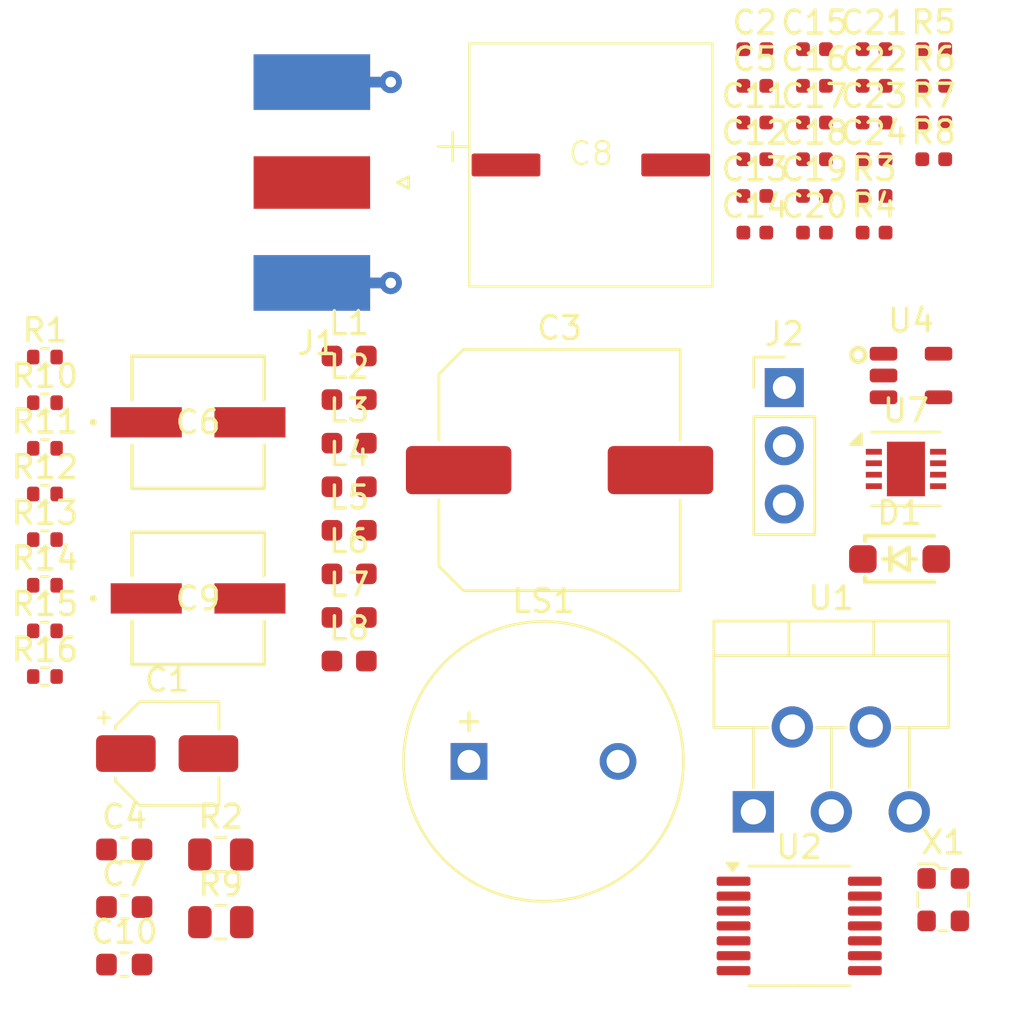
<source format=kicad_pcb>
(kicad_pcb (version 20240108) (generator "pcbnew") (generator_version "8.0")
  (layers (0 "F.Cu" signal) (31 "B.Cu" signal) (34 "B.Paste" user) (35 "F.Paste" user) (36 "B.SilkS" user "B.Silkscreen") (37 "F.SilkS" user "F.Silkscreen") (38 "B.Mask" user) (39 "F.Mask" user) (44 "Edge.Cuts" user))
  (net 0 "")
  (net 1 "Net-(J1-Ext)")
  (net 2 "GND")
  (net 3 "/VSS")
  (net 4 "Net-(U1-+)")
  (net 5 "/V_FILT")
  (net 6 "Net-(C6-Pad1)")
  (net 7 "Net-(C7-Pad1)")
  (net 8 "/V_F")
  (net 9 "Net-(LS1--)")
  (net 10 "Net-(C9-Pad1)")
  (net 11 "Net-(U2C-+)")
  (net 12 "Net-(C11-Pad1)")
  (net 13 "Net-(U2D-+)")
  (net 14 "Net-(U2B-+)")
  (net 15 "/IF_SIG")
  (net 16 "Net-(U7-IN+)")
  (net 17 "Net-(C16-Pad1)")
  (net 18 "Net-(U7-IN-)")
  (net 19 "Net-(C17-Pad1)")
  (net 20 "Net-(U7-LO-)")
  (net 21 "Net-(C19-Pad1)")
  (net 22 "/LO")
  (net 23 "Net-(U7-OUT+)")
  (net 24 "Net-(C22-Pad2)")
  (net 25 "Net-(U7-OUT-)")
  (net 26 "/XTALMODE")
  (net 27 "Net-(U7-LO+)")
  (net 28 "Net-(U1--)")
  (net 29 "Net-(U4-+)")
  (net 30 "/4.5V")
  (footprint "Connector_Coaxial:SMA_Molex_73251-1153_EdgeMount_Horizontal" (layer "F.Cu") (at 26.645 19.995)
    (property "Reference" "J1" (at -1.5 7 0) (layer "F.SilkS"))
    (property "Value" "Conn_Coaxial")
    (fp_line (start 2 0) (end 2.5 -0.25) (stroke (width 0.12)) (layer "F.SilkS"))
    (fp_line (start 2.5 -0.25) (end 2.5 0.25) (stroke (width 0.12)) (layer "F.SilkS"))
    (fp_line (start 2.5 0.25) (end 2 0) (stroke (width 0.12)) (layer "F.SilkS"))
    (pad "1" smd rect (at -1.72 0) (size 5.08 2.29) (layers "F.Cu" "F.Paste" "F.Mask") (net 2 "GND"))
    (pad "2" smd rect (at -1.72 -4.38) (size 5.08 2.42) (layers "F.Cu" "F.Paste" "F.Mask") (net 1 "Net-(J1-Ext)"))
    (pad "2" smd rect (at -1.72 -4.38) (size 5.08 2.42) (layers "B.Cu" "B.Paste" "B.Mask") (net 1 "Net-(J1-Ext)"))
    (pad "2" smd rect (at -1.72 4.38) (size 5.08 2.42) (layers "F.Cu" "F.Paste" "F.Mask") (net 1 "Net-(J1-Ext)"))
    (pad "2" smd rect (at -1.72 4.38) (size 5.08 2.42) (layers "B.Cu" "B.Paste" "B.Mask") (net 1 "Net-(J1-Ext)"))
    (pad "2" smd rect (at 1.27 -4.38) (size 0.95 0.46) (layers "F.Cu") (net 1 "Net-(J1-Ext)"))
    (pad "2" smd rect (at 1.27 -4.38) (size 0.95 0.46) (layers "B.Cu") (net 1 "Net-(J1-Ext)"))
    (pad "2" smd rect (at 1.27 4.38) (size 0.95 0.46) (layers "F.Cu") (net 1 "Net-(J1-Ext)"))
    (pad "2" smd rect (at 1.27 4.38) (size 0.95 0.46) (layers "B.Cu") (net 1 "Net-(J1-Ext)"))
    (pad "2" thru_hole circle (at 1.72 -4.38) (size 0.97 0.97) (drill 0.46) (layers "*.Cu") (net 1 "Net-(J1-Ext)"))
    (pad "2" thru_hole circle (at 1.72 4.38) (size 0.97 0.97) (drill 0.46) (layers "*.Cu") (net 1 "Net-(J1-Ext)"))
  )
  (footprint "Resistor_SMD:R_0402_1005Metric" (layer "F.Cu") (at 13.285 31.585)
    (property "Reference" "R11" (at 0 -1.17 0) (layer "F.SilkS"))
    (property "Value" "100k")
    (fp_line (start -0.153641 -0.38) (end 0.153641 -0.38) (stroke (width 0.12)) (layer "F.SilkS"))
    (fp_line (start -0.153641 0.38) (end 0.153641 0.38) (stroke (width 0.12)) (layer "F.SilkS"))
    (pad "1" smd roundrect (at -0.51 0) (size 0.54 0.64) (layers "F.Cu" "F.Paste" "F.Mask") (net 12 "Net-(C11-Pad1)"))
    (pad "2" smd roundrect (at 0.51 0) (size 0.54 0.64) (layers "F.Cu" "F.Paste" "F.Mask") (net 2 "GND"))
  )
  (footprint "yume:Yu-C_0402_mil" (layer "F.Cu") (at 44.24 15.78)
    (property "Reference" "C5" (at 0 -1.16 0) (layer "F.SilkS"))
    (property "Value" "1uF")
    (pad "1" smd roundrect (at -0.5 0) (size 0.6 0.6) (layers "F.Cu" "F.Paste" "F.Mask") (net 5 "/V_FILT"))
    (pad "2" smd roundrect (at 0.5 0) (size 0.6 0.6) (layers "F.Cu" "F.Paste" "F.Mask") (net 4 "Net-(U1-+)"))
  )
  (footprint "Capacitor_SMD:C_0603_1608Metric" (layer "F.Cu") (at 16.745 54.095)
    (property "Reference" "C10" (at 0 -1.43 0) (layer "F.SilkS"))
    (property "Value" "0.22uF")
    (fp_line (start -0.14058 -0.51) (end 0.14058 -0.51) (stroke (width 0.12)) (layer "F.SilkS"))
    (fp_line (start -0.14058 0.51) (end 0.14058 0.51) (stroke (width 0.12)) (layer "F.SilkS"))
    (pad "1" smd roundrect (at -0.775 0) (size 0.9 0.95) (layers "F.Cu" "F.Paste" "F.Mask") (net 5 "/V_FILT"))
    (pad "2" smd roundrect (at 0.775 0) (size 0.9 0.95) (layers "F.Cu" "F.Paste" "F.Mask") (net 2 "GND"))
  )
  (footprint "Buzzer_Beeper:MagneticBuzzer_ProSignal_ABT-410-RC" (layer "F.Cu") (at 31.775 45.235)
    (property "Reference" "LS1" (at 3.25 -7 0) (layer "F.SilkS"))
    (property "Value" "Earphone")
    (fp_circle (center 3.25 0) (end 9.35 0) (stroke (width 0.12)) (fill none) (layer "F.SilkS"))
    (fp_text user "+" (at 0 -1.8 0) (layer "F.SilkS"))
    (pad "1" thru_hole rect (at 0 0) (size 1.6 1.6) (drill 1) (layers "*.Cu" "*.Mask") (net 9 "Net-(LS1--)"))
    (pad "2" thru_hole circle (at 6.5 0) (size 1.6 1.6) (drill 1) (layers "*.Cu" "*.Mask") (net 2 "GND"))
  )
  (footprint "Package_TO_SOT_THT:TO-220-5_P3.4x3.7mm_StaggerOdd_Lead3.8mm_Vertical" (layer "F.Cu") (at 44.175 47.435)
    (property "Reference" "U1" (at 3.4 -9.32 0) (layer "F.SilkS"))
    (property "Value" "LM1875")
    (fp_line (start -1.721 -8.32) (end -1.721 -3.679) (stroke (width 0.12)) (layer "F.SilkS"))
    (fp_line (start -1.721 -8.32) (end 8.52 -8.32) (stroke (width 0.12)) (layer "F.SilkS"))
    (fp_line (start -1.721 -6.811) (end 8.52 -6.811) (stroke (width 0.12)) (layer "F.SilkS"))
    (fp_line (start -1.721 -3.679) (end 0.635 -3.679) (stroke (width 0.12)) (layer "F.SilkS"))
    (fp_line (start 0 -3.679) (end 0 -1.049) (stroke (width 0.12)) (layer "F.SilkS"))
    (fp_line (start 1.55 -8.32) (end 1.55 -6.811) (stroke (width 0.12)) (layer "F.SilkS"))
    (fp_line (start 2.765 -3.679) (end 4.035 -3.679) (stroke (width 0.12)) (layer "F.SilkS"))
    (fp_line (start 3.4 -3.679) (end 3.4 -1.065) (stroke (width 0.12)) (layer "F.SilkS"))
    (fp_line (start 5.25 -8.32) (end 5.25 -6.811) (stroke (width 0.12)) (layer "F.SilkS"))
    (fp_line (start 6.165 -3.679) (end 8.52 -3.679) (stroke (width 0.12)) (layer "F.SilkS"))
    (fp_line (start 6.8 -3.679) (end 6.8 -1.065) (stroke (width 0.12)) (layer "F.SilkS"))
    (fp_line (start 8.52 -8.32) (end 8.52 -3.679) (stroke (width 0.12)) (layer "F.SilkS"))
    (pad "1" thru_hole rect (at 0 0) (size 1.8 1.8) (drill 1.1) (layers "*.Cu" "*.Mask") (net 4 "Net-(U1-+)"))
    (pad "2" thru_hole oval (at 1.7 -3.7) (size 1.8 1.8) (drill 1.1) (layers "*.Cu" "*.Mask") (net 28 "Net-(U1--)"))
    (pad "3" thru_hole oval (at 3.4 0) (size 1.8 1.8) (drill 1.1) (layers "*.Cu" "*.Mask") (net 2 "GND"))
    (pad "4" thru_hole oval (at 5.1 -3.7) (size 1.8 1.8) (drill 1.1) (layers "*.Cu" "*.Mask") (net 8 "/V_F"))
    (pad "5" thru_hole oval (at 6.8 0) (size 1.8 1.8) (drill 1.1) (layers "*.Cu" "*.Mask") (net 3 "/VSS"))
  )
  (footprint "yume:Yu-L_0603_mil" (layer "F.Cu") (at 26.55 29.46)
    (property "Reference" "L2" (at 0 -1.43 0) (layer "F.SilkS"))
    (property "Value" "6.8nH")
    (pad "1" smd roundrect (at -0.75 0) (size 0.9 0.9) (layers "F.Cu" "F.Paste" "F.Mask") (net 16 "Net-(U7-IN+)"))
    (pad "2" smd roundrect (at 0.75 0) (size 0.9 0.9) (layers "F.Cu" "F.Paste" "F.Mask") (net 17 "Net-(C16-Pad1)"))
  )
  (footprint "Capacitor_SMD:C_0603_1608Metric" (layer "F.Cu") (at 16.745 49.075)
    (property "Reference" "C4" (at 0 -1.43 0) (layer "F.SilkS"))
    (property "Value" "0.2nF")
    (fp_line (start -0.14058 -0.51) (end 0.14058 -0.51) (stroke (width 0.12)) (layer "F.SilkS"))
    (fp_line (start -0.14058 0.51) (end 0.14058 0.51) (stroke (width 0.12)) (layer "F.SilkS"))
    (pad "1" smd roundrect (at -0.775 0) (size 0.9 0.95) (layers "F.Cu" "F.Paste" "F.Mask") (net 3 "/VSS"))
    (pad "2" smd roundrect (at 0.775 0) (size 0.9 0.95) (layers "F.Cu" "F.Paste" "F.Mask") (net 2 "GND"))
  )
  (footprint "Package_SO:TSSOP-14_4.4x5mm_P0.65mm" (layer "F.Cu") (at 46.175 52.41)
    (property "Reference" "U2" (at 0 -3.45 0) (layer "F.SilkS"))
    (property "Value" "OPA4197xPW")
    (fp_line (start 0 -2.61) (end -2.2 -2.61) (stroke (width 0.12)) (layer "F.SilkS"))
    (fp_line (start 0 -2.61) (end 2.2 -2.61) (stroke (width 0.12)) (layer "F.SilkS"))
    (fp_line (start 0 2.61) (end -2.2 2.61) (stroke (width 0.12)) (layer "F.SilkS"))
    (fp_line (start 0 2.61) (end 2.2 2.61) (stroke (width 0.12)) (layer "F.SilkS"))
    (fp_poly (pts (xy -2.9 -2.41) (xy -3.14 -2.74) (xy -2.66 -2.74) (xy -2.9 -2.41)) (stroke (width 0.12)) (fill solid) (layer "F.SilkS"))
    (pad "1" smd roundrect (at -2.8625 -1.95) (size 1.475 0.4) (layers "F.Cu" "F.Paste" "F.Mask") (net 19 "Net-(C17-Pad1)"))
    (pad "2" smd roundrect (at -2.8625 -1.3) (size 1.475 0.4) (layers "F.Cu" "F.Paste" "F.Mask") (net 2 "GND"))
    (pad "3" smd roundrect (at -2.8625 -0.65) (size 1.475 0.4) (layers "F.Cu" "F.Paste" "F.Mask") (net 1 "Net-(J1-Ext)"))
    (pad "4" smd roundrect (at -2.8625 0) (size 1.475 0.4) (layers "F.Cu" "F.Paste" "F.Mask") (net 30 "/4.5V"))
    (pad "5" smd roundrect (at -2.8625 0.65) (size 1.475 0.4) (layers "F.Cu" "F.Paste" "F.Mask") (net 14 "Net-(U2B-+)"))
    (pad "6" smd roundrect (at -2.8625 1.3) (size 1.475 0.4) (layers "F.Cu" "F.Paste" "F.Mask") (net 2 "GND"))
    (pad "7" smd roundrect (at -2.8625 1.95) (size 1.475 0.4) (layers "F.Cu" "F.Paste" "F.Mask") (net 12 "Net-(C11-Pad1)"))
    (pad "8" smd roundrect (at 2.8625 1.95) (size 1.475 0.4) (layers "F.Cu" "F.Paste" "F.Mask") (net 13 "Net-(U2D-+)"))
    (pad "9" smd roundrect (at 2.8625 1.3) (size 1.475 0.4) (layers "F.Cu" "F.Paste" "F.Mask") (net 2 "GND"))
    (pad "10" smd roundrect (at 2.8625 0.65) (size 1.475 0.4) (layers "F.Cu" "F.Paste" "F.Mask") (net 11 "Net-(U2C-+)"))
    (pad "11" smd roundrect (at 2.8625 0) (size 1.475 0.4) (layers "F.Cu" "F.Paste" "F.Mask") (net 2 "GND"))
    (pad "12" smd roundrect (at 2.8625 -0.65) (size 1.475 0.4) (layers "F.Cu" "F.Paste" "F.Mask") (net 13 "Net-(U2D-+)"))
    (pad "13" smd roundrect (at 2.8625 -1.3) (size 1.475 0.4) (layers "F.Cu" "F.Paste" "F.Mask") (net 2 "GND"))
    (pad "14" smd roundrect (at 2.8625 -1.95) (size 1.475 0.4) (layers "F.Cu" "F.Paste" "F.Mask") (net 15 "/IF_SIG"))
  )
  (footprint "yume:Yu-L_0603_mil" (layer "F.Cu") (at 26.55 33.26)
    (property "Reference" "L4" (at 0 -1.43 0) (layer "F.SilkS"))
    (property "Value" "15nH")
    (pad "1" smd roundrect (at -0.75 0) (size 0.9 0.9) (layers "F.Cu" "F.Paste" "F.Mask") (net 17 "Net-(C16-Pad1)"))
    (pad "2" smd roundrect (at 0.75 0) (size 0.9 0.9) (layers "F.Cu" "F.Paste" "F.Mask") (net 2 "GND"))
  )
  (footprint "yume:Yu-C_0402_mil" (layer "F.Cu") (at 44.24 20.58)
    (property "Reference" "C13" (at 0 -1.16 0) (layer "F.SilkS"))
    (property "Value" "22uF")
    (pad "1" smd roundrect (at -0.5 0) (size 0.6 0.6) (layers "F.Cu" "F.Paste" "F.Mask") (net 14 "Net-(U2B-+)"))
    (pad "2" smd roundrect (at 0.5 0) (size 0.6 0.6) (layers "F.Cu" "F.Paste" "F.Mask") (net 2 "GND"))
  )
  (footprint "yume:Yu-C_0402_mil" (layer "F.Cu") (at 46.84 18.98)
    (property "Reference" "C18" (at 0 -1.16 0) (layer "F.SilkS"))
    (property "Value" "100pF")
    (pad "1" smd roundrect (at -0.5 0) (size 0.6 0.6) (layers "F.Cu" "F.Paste" "F.Mask") (net 2 "GND"))
    (pad "2" smd roundrect (at 0.5 0) (size 0.6 0.6) (layers "F.Cu" "F.Paste" "F.Mask") (net 20 "Net-(U7-LO-)"))
  )
  (footprint "yume:Yu-R_0402_mil" (layer "F.Cu") (at 52.04 18.98)
    (property "Reference" "R8" (at 0 -1.17 0) (layer "F.SilkS"))
    (property "Value" "200k")
    (pad "1" smd roundrect (at -0.5 0) (size 0.6 0.6) (layers "F.Cu" "F.Paste" "F.Mask") (net 8 "/V_F"))
    (pad "2" smd roundrect (at 0.5 0) (size 0.6 0.6) (layers "F.Cu" "F.Paste" "F.Mask") (net 28 "Net-(U1--)"))
  )
  (footprint "yume:Yu-C_0402_mil" (layer "F.Cu") (at 44.24 14.18)
    (property "Reference" "C2" (at 0 -1.16 0) (layer "F.SilkS"))
    (property "Value" "22uF")
    (pad "1" smd roundrect (at -0.5 0) (size 0.6 0.6) (layers "F.Cu" "F.Paste" "F.Mask") (net 1 "Net-(J1-Ext)"))
    (pad "2" smd roundrect (at 0.5 0) (size 0.6 0.6) (layers "F.Cu" "F.Paste" "F.Mask") (net 2 "GND"))
  )
  (footprint "Package_DFN_QFN:DFN-8-1EP_3x3mm_P0.5mm_EP1.66x2.38mm" (layer "F.Cu") (at 50.83 32.485)
    (property "Reference" "U7" (at 0 -2.55 0) (layer "F.SilkS"))
    (property "Value" "LT5560")
    (fp_line (start -1.5 -1.61) (end 1.5 -1.61) (stroke (width 0.12)) (layer "F.SilkS"))
    (fp_line (start -1.5 1.61) (end 1.5 1.61) (stroke (width 0.12)) (layer "F.SilkS"))
    (fp_poly (pts (xy -1.94 -1.06) (xy -2.42 -1.06) (xy -1.94 -1.54) (xy -1.94 -1.06)) (stroke (width 0.12)) (fill solid) (layer "F.SilkS"))
    (pad "1" smd rect (at -1.4 -0.75) (size 0.7 0.25) (layers "F.Cu" "F.Paste" "F.Mask") (net 20 "Net-(U7-LO-)"))
    (pad "2" smd rect (at -1.4 -0.25) (size 0.7 0.25) (layers "F.Cu" "F.Paste" "F.Mask"))
    (pad "3" smd rect (at -1.4 0.25) (size 0.7 0.25) (layers "F.Cu" "F.Paste" "F.Mask") (net 16 "Net-(U7-IN+)"))
    (pad "4" smd rect (at -1.4 0.75) (size 0.7 0.25) (layers "F.Cu" "F.Paste" "F.Mask") (net 18 "Net-(U7-IN-)"))
    (pad "5" smd rect (at 1.4 0.75) (size 0.7 0.25) (layers "F.Cu" "F.Paste" "F.Mask") (net 25 "Net-(U7-OUT-)"))
    (pad "6" smd rect (at 1.4 0.25) (size 0.7 0.25) (layers "F.Cu" "F.Paste" "F.Mask") (net 23 "Net-(U7-OUT+)"))
    (pad "7" smd rect (at 1.4 -0.25) (size 0.7 0.25) (layers "F.Cu" "F.Paste" "F.Mask") (net 3 "/VSS"))
    (pad "8" smd rect (at 1.4 -0.75) (size 0.7 0.25) (layers "F.Cu" "F.Paste" "F.Mask") (net 27 "Net-(U7-LO+)"))
    (pad "9" smd rect (at 0 0) (size 1.66 2.38) (layers "F.Cu" "F.Mask") (net 2 "GND"))
  )
  (footprint "Capacitor_SMD:CP_Elec_4x3.9" (layer "F.Cu") (at 18.615 44.895)
    (property "Reference" "C1" (at 0 -3.2 0) (layer "F.SilkS"))
    (property "Value" "8-30pF")
    (fp_line (start -3 -1.56) (end -2.5 -1.56) (stroke (width 0.12)) (layer "F.SilkS"))
    (fp_line (start -2.75 -1.81) (end -2.75 -1.31) (stroke (width 0.12)) (layer "F.SilkS"))
    (fp_line (start -2.26 -1.195563) (end -2.26 -1.06) (stroke (width 0.12)) (layer "F.SilkS"))
    (fp_line (start -2.26 -1.195563) (end -1.195563 -2.26) (stroke (width 0.12)) (layer "F.SilkS"))
    (fp_line (start -2.26 1.195563) (end -2.26 1.06) (stroke (width 0.12)) (layer "F.SilkS"))
    (fp_line (start -2.26 1.195563) (end -1.195563 2.26) (stroke (width 0.12)) (layer "F.SilkS"))
    (fp_line (start -1.195563 -2.26) (end 2.26 -2.26) (stroke (width 0.12)) (layer "F.SilkS"))
    (fp_line (start -1.195563 2.26) (end 2.26 2.26) (stroke (width 0.12)) (layer "F.SilkS"))
    (fp_line (start 2.26 -2.26) (end 2.26 -1.06) (stroke (width 0.12)) (layer "F.SilkS"))
    (fp_line (start 2.26 2.26) (end 2.26 1.06) (stroke (width 0.12)) (layer "F.SilkS"))
    (pad "1" smd roundrect (at -1.8 0) (size 2.6 1.6) (layers "F.Cu" "F.Paste" "F.Mask") (roundrect_rratio 0.15625) (net 1 "Net-(J1-Ext)"))
    (pad "2" smd roundrect (at 1.8 0) (size 2.6 1.6) (layers "F.Cu" "F.Paste" "F.Mask") (roundrect_rratio 0.15625) (net 2 "GND"))
  )
  (footprint "yume:Yu-C_0402_mil" (layer "F.Cu") (at 49.44 14.18)
    (property "Reference" "C21" (at 0 -1.16 0) (layer "F.SilkS"))
    (property "Value" "100pF")
    (pad "1" smd roundrect (at -0.5 0) (size 0.6 0.6) (layers "F.Cu" "F.Paste" "F.Mask") (net 2 "GND"))
    (pad "2" smd roundrect (at 0.5 0) (size 0.6 0.6) (layers "F.Cu" "F.Paste" "F.Mask") (net 3 "/VSS"))
  )
  (footprint "yume:Yu-L_0603_mil" (layer "F.Cu") (at 26.55 31.36)
    (property "Reference" "L3" (at 0 -1.43 0) (layer "F.SilkS"))
    (property "Value" "6.8nH")
    (pad "1" smd roundrect (at -0.75 0) (size 0.9 0.9) (layers "F.Cu" "F.Paste" "F.Mask") (net 18 "Net-(U7-IN-)"))
    (pad "2" smd roundrect (at 0.75 0) (size 0.9 0.9) (layers "F.Cu" "F.Paste" "F.Mask") (net 2 "GND"))
  )
  (footprint "yume:Yu-R_0402_mil" (layer "F.Cu") (at 52.04 15.78)
    (property "Reference" "R6" (at 0 -1.17 0) (layer "F.SilkS"))
    (property "Value" "22k")
    (pad "1" smd roundrect (at -0.5 0) (size 0.6 0.6) (layers "F.Cu" "F.Paste" "F.Mask") (net 6 "Net-(C6-Pad1)"))
    (pad "2" smd roundrect (at 0.5 0) (size 0.6 0.6) (layers "F.Cu" "F.Paste" "F.Mask") (net 4 "Net-(U1-+)"))
  )
  (footprint "Resistor_SMD:R_0402_1005Metric" (layer "F.Cu") (at 13.285 35.565)
    (property "Reference" "R13" (at 0 -1.17 0) (layer "F.SilkS"))
    (property "Value" "10")
    (fp_line (start -0.153641 -0.38) (end 0.153641 -0.38) (stroke (width 0.12)) (layer "F.SilkS"))
    (fp_line (start -0.153641 0.38) (end 0.153641 0.38) (stroke (width 0.12)) (layer "F.SilkS"))
    (pad "1" smd roundrect (at -0.51 0) (size 0.54 0.64) (layers "F.Cu" "F.Paste" "F.Mask") (net 13 "Net-(U2D-+)"))
    (pad "2" smd roundrect (at 0.51 0) (size 0.54 0.64) (layers "F.Cu" "F.Paste" "F.Mask") (net 15 "/IF_SIG"))
  )
  (footprint "Capacitor_SMD:C_Elec_10x10.2" (layer "F.Cu") (at 35.725 32.535)
    (property "Reference" "C3" (at 0 -6.2 0) (layer "F.SilkS"))
    (property "Value" "100uF")
    (fp_line (start -5.26 -4.195563) (end -5.26 -1.31) (stroke (width 0.12)) (layer "F.SilkS"))
    (fp_line (start -5.26 -4.195563) (end -4.195563 -5.26) (stroke (width 0.12)) (layer "F.SilkS"))
    (fp_line (start -5.26 4.195563) (end -5.26 1.31) (stroke (width 0.12)) (layer "F.SilkS"))
    (fp_line (start -5.26 4.195563) (end -4.195563 5.26) (stroke (width 0.12)) (layer "F.SilkS"))
    (fp_line (start -4.195563 -5.26) (end 5.26 -5.26) (stroke (width 0.12)) (layer "F.SilkS"))
    (fp_line (start -4.195563 5.26) (end 5.26 5.26) (stroke (width 0.12)) (layer "F.SilkS"))
    (fp_line (start 5.26 -5.26) (end 5.26 -1.31) (stroke (width 0.12)) (layer "F.SilkS"))
    (fp_line (start 5.26 5.26) (end 5.26 1.31) (stroke (width 0.12)) (layer "F.SilkS"))
    (pad "1" smd roundrect (at -4.4 0) (size 4.6 2.1) (layers "F.Cu" "F.Paste" "F.Mask") (roundrect_rratio 0.119048) (net 3 "/VSS"))
    (pad "2" smd roundrect (at 4.4 0) (size 4.6 2.1) (layers "F.Cu" "F.Paste" "F.Mask") (roundrect_rratio 0.119048) (net 2 "GND"))
  )
  (footprint "yume:Yu-C_0402_mil" (layer "F.Cu") (at 44.24 22.18)
    (property "Reference" "C14" (at 0 -1.16 0) (layer "F.SilkS"))
    (property "Value" "10uF")
    (pad "1" smd roundrect (at -0.5 0) (size 0.6 0.6) (layers "F.Cu" "F.Paste" "F.Mask") (net 13 "Net-(U2D-+)"))
    (pad "2" smd roundrect (at 0.5 0) (size 0.6 0.6) (layers "F.Cu" "F.Paste" "F.Mask") (net 15 "/IF_SIG"))
  )
  (footprint "yume:Yu-L_0603_mil" (layer "F.Cu") (at 26.55 40.86)
    (property "Reference" "L8" (at 0 -1.43 0) (layer "F.SilkS"))
    (property "Value" "270nH")
    (pad "1" smd roundrect (at -0.75 0) (size 0.9 0.9) (layers "F.Cu" "F.Paste" "F.Mask") (net 25 "Net-(U7-OUT-)"))
    (pad "2" smd roundrect (at 0.75 0) (size 0.9 0.9) (layers "F.Cu" "F.Paste" "F.Mask") (net 24 "Net-(C22-Pad2)"))
  )
  (footprint "yume:Yu-C_0402_mil" (layer "F.Cu") (at 46.84 14.18)
    (property "Reference" "C15" (at 0 -1.16 0) (layer "F.SilkS"))
    (property "Value" "4.7pF")
    (pad "1" smd roundrect (at -0.5 0) (size 0.6 0.6) (layers "F.Cu" "F.Paste" "F.Mask") (net 2 "GND"))
    (pad "2" smd roundrect (at 0.5 0) (size 0.6 0.6) (layers "F.Cu" "F.Paste" "F.Mask") (net 16 "Net-(U7-IN+)"))
  )
  (footprint "Connector_PinHeader_2.54mm:PinHeader_1x03_P2.54mm_Vertical" (layer "F.Cu") (at 45.525 28.935)
    (property "Reference" "J2" (at 0 -2.33 0) (layer "F.SilkS"))
    (property "Value" "Conn_01x03_Pin")
    (fp_line (start -1.33 -1.33) (end 0 -1.33) (stroke (width 0.12)) (layer "F.SilkS"))
    (fp_line (start -1.33 0) (end -1.33 -1.33) (stroke (width 0.12)) (layer "F.SilkS"))
    (fp_line (start -1.33 1.27) (end -1.33 6.41) (stroke (width 0.12)) (layer "F.SilkS"))
    (fp_line (start -1.33 1.27) (end 1.33 1.27) (stroke (width 0.12)) (layer "F.SilkS"))
    (fp_line (start -1.33 6.41) (end 1.33 6.41) (stroke (width 0.12)) (layer "F.SilkS"))
    (fp_line (start 1.33 1.27) (end 1.33 6.41) (stroke (width 0.12)) (layer "F.SilkS"))
    (pad "1" thru_hole rect (at 0 0) (size 1.7 1.7) (drill 1) (layers "*.Cu" "*.Mask") (net 3 "/VSS"))
    (pad "2" thru_hole oval (at 0 2.54) (size 1.7 1.7) (drill 1) (layers "*.Cu" "*.Mask") (net 2 "GND"))
    (pad "3" thru_hole oval (at 0 5.08) (size 1.7 1.7) (drill 1) (layers "*.Cu" "*.Mask") (net 26 "/XTALMODE"))
  )
  (footprint "yume:Yu-R_0402_mil" (layer "F.Cu") (at 52.04 14.18)
    (property "Reference" "R5" (at 0 -1.17 0) (layer "F.SilkS"))
    (property "Value" "22k")
    (pad "1" smd roundrect (at -0.5 0) (size 0.6 0.6) (layers "F.Cu" "F.Paste" "F.Mask") (net 2 "GND"))
    (pad "2" smd roundrect (at 0.5 0) (size 0.6 0.6) (layers "F.Cu" "F.Paste" "F.Mask") (net 6 "Net-(C6-Pad1)"))
  )
  (footprint "Resistor_SMD:R_0805_2012Metric" (layer "F.Cu") (at 20.955 52.245)
    (property "Reference" "R9" (at 0 -1.65 0) (layer "F.SilkS"))
    (property "Value" "100")
    (fp_line (start -0.227064 -0.735) (end 0.227064 -0.735) (stroke (width 0.12)) (layer "F.SilkS"))
    (fp_line (start -0.227064 0.735) (end 0.227064 0.735) (stroke (width 0.12)) (layer "F.SilkS"))
    (pad "1" smd roundrect (at -0.9125 0) (size 1.025 1.4) (layers "F.Cu" "F.Paste" "F.Mask") (roundrect_rratio 0.243902) (net 2 "GND"))
    (pad "2" smd roundrect (at 0.9125 0) (size 1.025 1.4) (layers "F.Cu" "F.Paste" "F.Mask") (roundrect_rratio 0.243902) (net 5 "/V_FILT"))
  )
  (footprint "yume:Yu-R_0402_mil" (layer "F.Cu") (at 49.44 20.58)
    (property "Reference" "R3" (at 0 -1.17 0) (layer "F.SilkS"))
    (property "Value" "1M")
    (pad "1" smd roundrect (at -0.5 0) (size 0.6 0.6) (layers "F.Cu" "F.Paste" "F.Mask") (net 5 "/V_FILT"))
    (pad "2" smd roundrect (at 0.5 0) (size 0.6 0.6) (layers "F.Cu" "F.Paste" "F.Mask") (net 2 "GND"))
  )
  (footprint "Resistor_SMD:R_0402_1005Metric" (layer "F.Cu") (at 13.285 41.535)
    (property "Reference" "R16" (at 0 -1.17 0) (layer "F.SilkS"))
    (property "Value" "101")
    (fp_line (start -0.153641 -0.38) (end 0.153641 -0.38) (stroke (width 0.12)) (layer "F.SilkS"))
    (fp_line (start -0.153641 0.38) (end 0.153641 0.38) (stroke (width 0.12)) (layer "F.SilkS"))
    (pad "1" smd roundrect (at -0.51 0) (size 0.54 0.64) (layers "F.Cu" "F.Paste" "F.Mask") (net 29 "Net-(U4-+)"))
    (pad "2" smd roundrect (at 0.51 0) (size 0.54 0.64) (layers "F.Cu" "F.Paste" "F.Mask") (net 2 "GND"))
  )
  (footprint "yume:Yu-C_0402_mil" (layer "F.Cu") (at 46.84 15.78)
    (property "Reference" "C16" (at 0 -1.16 0) (layer "F.SilkS"))
    (property "Value" "4.7pF")
    (pad "1" smd roundrect (at -0.5 0) (size 0.6 0.6) (layers "F.Cu" "F.Paste" "F.Mask") (net 17 "Net-(C16-Pad1)"))
    (pad "2" smd roundrect (at 0.5 0) (size 0.6 0.6) (layers "F.Cu" "F.Paste" "F.Mask") (net 18 "Net-(U7-IN-)"))
  )
  (footprint "yume:Yu-L_0603_mil" (layer "F.Cu") (at 26.55 37.06)
    (property "Reference" "L6" (at 0 -1.43 0) (layer "F.SilkS"))
    (property "Value" "270nH")
    (pad "1" smd roundrect (at -0.75 0) (size 0.9 0.9) (layers "F.Cu" "F.Paste" "F.Mask") (net 23 "Net-(U7-OUT+)"))
    (pad "2" smd roundrect (at 0.75 0) (size 0.9 0.9) (layers "F.Cu" "F.Paste" "F.Mask") (net 3 "/VSS"))
  )
  (footprint "yume:Yu-C_0402_mil" (layer "F.Cu") (at 44.24 17.38)
    (property "Reference" "C11" (at 0 -1.16 0) (layer "F.SilkS"))
    (property "Value" "0.1uF")
    (pad "1" smd roundrect (at -0.5 0) (size 0.6 0.6) (layers "F.Cu" "F.Paste" "F.Mask") (net 12 "Net-(C11-Pad1)"))
    (pad "2" smd roundrect (at 0.5 0) (size 0.6 0.6) (layers "F.Cu" "F.Paste" "F.Mask") (net 11 "Net-(U2C-+)"))
  )
  (footprint "yume:Yu-C_0402_mil" (layer "F.Cu") (at 44.24 18.98)
    (property "Reference" "C12" (at 0 -1.16 0) (layer "F.SilkS"))
    (property "Value" "0.1uF")
    (pad "1" smd roundrect (at -0.5 0) (size 0.6 0.6) (layers "F.Cu" "F.Paste" "F.Mask") (net 13 "Net-(U2D-+)"))
    (pad "2" smd roundrect (at 0.5 0) (size 0.6 0.6) (layers "F.Cu" "F.Paste" "F.Mask") (net 2 "GND"))
  )
  (footprint "yume:Yu-SOT-23-5" (layer "F.Cu") (at 51.05 28.41)
    (property "Reference" "U4" (at 0 -2.4 0) (layer "F.SilkS"))
    (property "Value" "LMV321")
    (fp_circle (center -2.3 -0.9) (end -2 -0.9) (stroke (width 0.2)) (fill none) (layer "F.SilkS"))
    (pad "1" smd roundrect (at -1.2 -0.95) (size 1.2 0.6) (layers "F.Cu" "F.Paste" "F.Mask") (net 29 "Net-(U4-+)"))
    (pad "2" smd roundrect (at -1.2 0) (size 1.2 0.6) (layers "F.Cu" "F.Paste" "F.Mask") (net 2 "GND"))
    (pad "3" smd roundrect (at -1.2 0.95) (size 1.2 0.6) (layers "F.Cu" "F.Paste" "F.Mask") (net 30 "/4.5V"))
    (pad "4" smd roundrect (at 1.2 0.95) (size 1.2 0.6) (layers "F.Cu" "F.Paste" "F.Mask") (net 30 "/4.5V"))
    (pad "5" smd roundrect (at 1.2 -0.95) (size 1.2 0.6) (layers "F.Cu" "F.Paste" "F.Mask") (net 3 "/VSS"))
  )
  (footprint "Resistor_SMD:R_0402_1005Metric" (layer "F.Cu") (at 13.285 39.545)
    (property "Reference" "R15" (at 0 -1.17 0) (layer "F.SilkS"))
    (property "Value" "909")
    (fp_line (start -0.153641 -0.38) (end 0.153641 -0.38) (stroke (width 0.12)) (layer "F.SilkS"))
    (fp_line (start -0.153641 0.38) (end 0.153641 0.38) (stroke (width 0.12)) (layer "F.SilkS"))
    (pad "1" smd roundrect (at -0.51 0) (size 0.54 0.64) (layers "F.Cu" "F.Paste" "F.Mask") (net 3 "/VSS"))
    (pad "2" smd roundrect (at 0.51 0) (size 0.54 0.64) (layers "F.Cu" "F.Paste" "F.Mask") (net 29 "Net-(U4-+)"))
  )
  (footprint "Capacitor_SMD:CAP_B6-SVPK_PAN-M" (layer "F.Cu") (at 19.9644 30.4501)
    (property "Reference" "C6" (at 0 0 0) (layer "F.SilkS"))
    (property "Value" "10uF")
    (fp_line (start -2.8829 -2.8829) (end -2.8829 -0.99314) (stroke (width 0.1524)) (layer "F.SilkS"))
    (fp_line (start -2.8829 0.99314) (end -2.8829 2.8829) (stroke (width 0.1524)) (layer "F.SilkS"))
    (fp_line (start -2.8829 2.8829) (end 2.8829 2.8829) (stroke (width 0.1524)) (layer "F.SilkS"))
    (fp_line (start 2.8829 -2.8829) (end -2.8829 -2.8829) (stroke (width 0.1524)) (layer "F.SilkS"))
    (fp_line (start 2.8829 -0.99314) (end 2.8829 -2.8829) (stroke (width 0.1524)) (layer "F.SilkS"))
    (fp_line (start 2.8829 2.8829) (end 2.8829 0.99314) (stroke (width 0.1524)) (layer "F.SilkS"))
    (fp_circle (center -4.572 0) (end -4.4958 0) (stroke (width 0.1524)) (fill none) (layer "F.SilkS"))
    (pad "1" smd rect (at -2.2606 0) (size 3.0988 1.3208) (layers "F.Cu" "F.Paste" "F.Mask") (net 6 "Net-(C6-Pad1)"))
    (pad "2" smd rect (at 2.2606 0) (size 3.0988 1.3208) (layers "F.Cu" "F.Paste" "F.Mask") (net 2 "GND"))
  )
  (footprint "Resistor_SMD:R_0402_1005Metric" (layer "F.Cu") (at 13.285 27.605)
    (property "Reference" "R1" (at 0 -1.17 0) (layer "F.SilkS"))
    (property "Value" "100k")
    (fp_line (start -0.153641 -0.38) (end 0.153641 -0.38) (stroke (width 0.12)) (layer "F.SilkS"))
    (fp_line (start -0.153641 0.38) (end 0.153641 0.38) (stroke (width 0.12)) (layer "F.SilkS"))
    (pad "1" smd roundrect (at -0.51 0) (size 0.54 0.64) (layers "F.Cu" "F.Paste" "F.Mask") (net 1 "Net-(J1-Ext)"))
    (pad "2" smd roundrect (at 0.51 0) (size 0.54 0.64) (layers "F.Cu" "F.Paste" "F.Mask") (net 2 "GND"))
  )
  (footprint "Resistor_SMD:R_0805_2012Metric" (layer "F.Cu") (at 20.955 49.295)
    (property "Reference" "R2" (at 0 -1.65 0) (layer "F.SilkS"))
    (property "Value" "1")
    (fp_line (start -0.227064 -0.735) (end 0.227064 -0.735) (stroke (width 0.12)) (layer "F.SilkS"))
    (fp_line (start -0.227064 0.735) (end 0.227064 0.735) (stroke (width 0.12)) (layer "F.SilkS"))
    (pad "1" smd roundrect (at -0.9125 0) (size 1.025 1.4) (layers "F.Cu" "F.Paste" "F.Mask") (roundrect_rratio 0.243902) (net 7 "Net-(C7-Pad1)"))
    (pad "2" smd roundrect (at 0.9125 0) (size 1.025 1.4) (layers "F.Cu" "F.Paste" "F.Mask") (roundrect_rratio 0.243902) (net 8 "/V_F"))
  )
  (footprint "yume:Yu-C_0402_mil" (layer "F.Cu") (at 49.44 18.98)
    (property "Reference" "C24" (at 0 -1.16 0) (layer "F.SilkS"))
    (property "Value" "33pF")
    (pad "1" smd roundrect (at -0.5 0) (size 0.6 0.6) (layers "F.Cu" "F.Paste" "F.Mask") (net 14 "Net-(U2B-+)"))
    (pad "2" smd roundrect (at 0.5 0) (size 0.6 0.6) (layers "F.Cu" "F.Paste" "F.Mask") (net 24 "Net-(C22-Pad2)"))
  )
  (footprint "Capacitor_SMD:CAP_B6-SVPK_PAN-M" (layer "F.Cu") (at 19.9644 38.1303)
    (property "Reference" "C9" (at 0 0 0) (layer "F.SilkS"))
    (property "Value" "10uF")
    (fp_line (start -2.8829 -2.8829) (end -2.8829 -0.99314) (stroke (width 0.1524)) (layer "F.SilkS"))
    (fp_line (start -2.8829 0.99314) (end -2.8829 2.8829) (stroke (width 0.1524)) (layer "F.SilkS"))
    (fp_line (start -2.8829 2.8829) (end 2.8829 2.8829) (stroke (width 0.1524)) (layer "F.SilkS"))
    (fp_line (start 2.8829 -2.8829) (end -2.8829 -2.8829) (stroke (width 0.1524)) (layer "F.SilkS"))
    (fp_line (start 2.8829 -0.99314) (end 2.8829 -2.8829) (stroke (width 0.1524)) (layer "F.SilkS"))
    (fp_line (start 2.8829 2.8829) (end 2.8829 0.99314) (stroke (width 0.1524)) (layer "F.SilkS"))
    (fp_circle (center -4.572 0) (end -4.4958 0) (stroke (width 0.1524)) (fill none) (layer "F.SilkS"))
    (pad "1" smd rect (at -2.2606 0) (size 3.0988 1.3208) (layers "F.Cu" "F.Paste" "F.Mask") (net 10 "Net-(C9-Pad1)"))
    (pad "2" smd rect (at 2.2606 0) (size 3.0988 1.3208) (layers "F.Cu" "F.Paste" "F.Mask") (net 2 "GND"))
  )
  (footprint "yume:Yu-R_0402_mil" (layer "F.Cu") (at 49.44 22.18)
    (property "Reference" "R4" (at 0 -1.17 0) (layer "F.SilkS"))
    (property "Value" "22k")
    (pad "1" smd roundrect (at -0.5 0) (size 0.6 0.6) (layers "F.Cu" "F.Paste" "F.Mask") (net 6 "Net-(C6-Pad1)"))
    (pad "2" smd roundrect (at 0.5 0) (size 0.6 0.6) (layers "F.Cu" "F.Paste" "F.Mask") (net 3 "/VSS"))
  )
  (footprint "yume:Yu-D_SOD-123" (layer "F.Cu") (at 50.55 36.41)
    (property "Reference" "D1" (at 0 -2 0) (layer "F.SilkS"))
    (property "Value" "1N4148")
    (fp_line (start -1.5 -1) (end -1.5 -0.8) (stroke (width 0.2)) (layer "F.SilkS"))
    (fp_line (start -1.5 -1) (end 1.5 -1) (stroke (width 0.2)) (layer "F.SilkS"))
    (fp_line (start -1.5 1) (end -1.5 0.8) (stroke (width 0.2)) (layer "F.SilkS"))
    (fp_line (start -1.5 1) (end 1.5 1) (stroke (width 0.2)) (layer "F.SilkS"))
    (fp_line (start -0.4 -0.5) (end -0.4 0.5) (stroke (width 0.2)) (layer "F.SilkS"))
    (fp_line (start -0.4 0) (end -0.7 0) (stroke (width 0.2)) (layer "F.SilkS"))
    (fp_line (start -0.4 0) (end 0.4 -0.5) (stroke (width 0.2)) (layer "F.SilkS"))
    (fp_line (start 0.4 -0.5) (end 0.4 0.5) (stroke (width 0.2)) (layer "F.SilkS"))
    (fp_line (start 0.4 0) (end 0.7 0) (stroke (width 0.2)) (layer "F.SilkS"))
    (fp_line (start 0.4 0.5) (end -0.4 0) (stroke (width 0.2)) (layer "F.SilkS"))
    (pad "1" smd roundrect (at -1.6 0) (size 1.2 1.2) (layers "F.Cu" "F.Paste" "F.Mask") (net 5 "/V_FILT"))
    (pad "2" smd roundrect (at 1.6 0) (size 1.2 1.2) (layers "F.Cu" "F.Paste" "F.Mask") (net 15 "/IF_SIG"))
  )
  (footprint "Resistor_SMD:R_0402_1005Metric" (layer "F.Cu") (at 13.285 29.595)
    (property "Reference" "R10" (at 0 -1.17 0) (layer "F.SilkS"))
    (property "Value" "100k")
    (fp_line (start -0.153641 -0.38) (end 0.153641 -0.38) (stroke (width 0.12)) (layer "F.SilkS"))
    (fp_line (start -0.153641 0.38) (end 0.153641 0.38) (stroke (width 0.12)) (layer "F.SilkS"))
    (pad "1" smd roundrect (at -0.51 0) (size 0.54 0.64) (layers "F.Cu" "F.Paste" "F.Mask") (net 14 "Net-(U2B-+)"))
    (pad "2" smd roundrect (at 0.51 0) (size 0.54 0.64) (layers "F.Cu" "F.Paste" "F.Mask") (net 2 "GND"))
  )
  (footprint "Resistor_SMD:R_0402_1005Metric" (layer "F.Cu") (at 13.285 33.575)
    (property "Reference" "R12" (at 0 -1.17 0) (layer "F.SilkS"))
    (property "Value" "10")
    (fp_line (start -0.153641 -0.38) (end 0.153641 -0.38) (stroke (width 0.12)) (layer "F.SilkS"))
    (fp_line (start -0.153641 0.38) (end 0.153641 0.38) (stroke (width 0.12)) (layer "F.SilkS"))
    (pad "1" smd roundrect (at -0.51 0) (size 0.54 0.64) (layers "F.Cu" "F.Paste" "F.Mask") (net 11 "Net-(U2C-+)"))
    (pad "2" smd roundrect (at 0.51 0) (size 0.54 0.64) (layers "F.Cu" "F.Paste" "F.Mask") (net 13 "Net-(U2D-+)"))
  )
  (footprint "yume:Yu-R_0402_mil" (layer "F.Cu") (at 52.04 17.38)
    (property "Reference" "R7" (at 0 -1.17 0) (layer "F.SilkS"))
    (property "Value" "10k")
    (pad "1" smd roundrect (at -0.5 0) (size 0.6 0.6) (layers "F.Cu" "F.Paste" "F.Mask") (net 28 "Net-(U1--)"))
    (pad "2" smd roundrect (at 0.5 0) (size 0.6 0.6) (layers "F.Cu" "F.Paste" "F.Mask") (net 10 "Net-(C9-Pad1)"))
  )
  (footprint "yume:Yu-C_0402_mil" (layer "F.Cu") (at 49.44 17.38)
    (property "Reference" "C23" (at 0 -1.16 0) (layer "F.SilkS"))
    (property "Value" "4.7pF")
    (pad "1" smd roundrect (at -0.5 0) (size 0.6 0.6) (layers "F.Cu" "F.Paste" "F.Mask") (net 2 "GND"))
    (pad "2" smd roundrect (at 0.5 0) (size 0.6 0.6) (layers "F.Cu" "F.Paste" "F.Mask") (net 25 "Net-(U7-OUT-)"))
  )
  (footprint "yume:Yu-L_0603_mil" (layer "F.Cu") (at 26.55 38.96)
    (property "Reference" "L7" (at 0 -1.43 0) (layer "F.SilkS"))
    (property "Value" "270nH")
    (pad "1" smd roundrect (at -0.75 0) (size 0.9 0.9) (layers "F.Cu" "F.Paste" "F.Mask") (net 24 "Net-(C22-Pad2)"))
    (pad "2" smd roundrect (at 0.75 0) (size 0.9 0.9) (layers "F.Cu" "F.Paste" "F.Mask") (net 3 "/VSS"))
  )
  (footprint "yume:Yu-L_0603_mil" (layer "F.Cu") (at 26.55 35.16)
    (property "Reference" "L5" (at 0 -1.43 0) (layer "F.SilkS"))
    (property "Value" "15nH")
    (pad "1" smd roundrect (at -0.75 0) (size 0.9 0.9) (layers "F.Cu" "F.Paste" "F.Mask") (net 21 "Net-(C19-Pad1)"))
    (pad "2" smd roundrect (at 0.75 0) (size 0.9 0.9) (layers "F.Cu" "F.Paste" "F.Mask") (net 27 "Net-(U7-LO+)"))
  )
  (footprint "yume:Yu-L_0603_mil" (layer "F.Cu") (at 26.55 27.56)
    (property "Reference" "L1" (at 0 -1.43 0) (layer "F.SilkS"))
    (property "Value" "10uH")
    (pad "1" smd roundrect (at -0.75 0) (size 0.9 0.9) (layers "F.Cu" "F.Paste" "F.Mask") (net 1 "Net-(J1-Ext)"))
    (pad "2" smd roundrect (at 0.75 0) (size 0.9 0.9) (layers "F.Cu" "F.Paste" "F.Mask") (net 2 "GND"))
  )
  (footprint "Resistor_SMD:R_0402_1005Metric" (layer "F.Cu") (at 13.285 37.555)
    (property "Reference" "R14" (at 0 -1.17 0) (layer "F.SilkS"))
    (property "Value" "100k")
    (fp_line (start -0.153641 -0.38) (end 0.153641 -0.38) (stroke (width 0.12)) (layer "F.SilkS"))
    (fp_line (start -0.153641 0.38) (end 0.153641 0.38) (stroke (width 0.12)) (layer "F.SilkS"))
    (pad "1" smd roundrect (at -0.51 0) (size 0.54 0.64) (layers "F.Cu" "F.Paste" "F.Mask") (net 13 "Net-(U2D-+)"))
    (pad "2" smd roundrect (at 0.51 0) (size 0.54 0.64) (layers "F.Cu" "F.Paste" "F.Mask") (net 2 "GND"))
  )
  (footprint "yume:Yu-C_0402_mil" (layer "F.Cu") (at 46.84 17.38)
    (property "Reference" "C17" (at 0 -1.16 0) (layer "F.SilkS"))
    (property "Value" "100pF")
    (pad "1" smd roundrect (at -0.5 0) (size 0.6 0.6) (layers "F.Cu" "F.Paste" "F.Mask") (net 19 "Net-(C17-Pad1)"))
    (pad "2" smd roundrect (at 0.5 0) (size 0.6 0.6) (layers "F.Cu" "F.Paste" "F.Mask") (net 17 "Net-(C16-Pad1)"))
  )
  (footprint "Oscillator:Oscillator_SMD_ECS_2520MV-xxx-xx-4Pin_2.5x2.0mm" (layer "F.Cu") (at 52.455 51.265)
    (property "Reference" "X1" (at 0 -2.5 0) (layer "F.SilkS"))
    (property "Value" "ZTB455E")
    (fp_line (start -1.11 0.32) (end -1.11 -0.32) (stroke (width 0.12)) (layer "F.SilkS"))
    (fp_line (start -0.38 -1.56) (end -1.07 -1.56) (stroke (width 0.12)) (layer "F.SilkS"))
    (fp_line (start -0.17 1.36) (end 0.17 1.36) (stroke (width 0.12)) (layer "F.SilkS"))
    (fp_line (start -0.16 -1.36) (end 0.17 -1.36) (stroke (width 0.12)) (layer "F.SilkS"))
    (fp_line (start 1.11 0.32) (end 1.11 -0.32) (stroke (width 0.12)) (layer "F.SilkS"))
    (fp_arc (start -0.38 -1.56) (mid -0.246393 -1.485967) (end -0.16 -1.36) (stroke (width 0.12)) (layer "F.SilkS"))
    (pad "1" smd roundrect (at -0.725 -0.925) (size 0.8 0.9) (layers "F.Cu" "F.Paste" "F.Mask") (net 26 "/XTALMODE"))
    (pad "2" smd roundrect (at -0.725 0.925) (size 0.8 0.9) (layers "F.Cu" "F.Paste" "F.Mask") (net 2 "GND"))
    (pad "3" smd roundrect (at 0.725 0.925) (size 0.8 0.9) (layers "F.Cu" "F.Paste" "F.Mask") (net 22 "/LO"))
    (pad "4" smd roundrect (at 0.725 -0.925) (size 0.8 0.9) (layers "F.Cu" "F.Paste" "F.Mask") (net 3 "/VSS"))
  )
  (footprint "yume:Yu-C_0402_mil" (layer "F.Cu") (at 46.84 20.58)
    (property "Reference" "C19" (at 0 -1.16 0) (layer "F.SilkS"))
    (property "Value" "100pF")
    (pad "1" smd roundrect (at -0.5 0) (size 0.6 0.6) (layers "F.Cu" "F.Paste" "F.Mask") (net 21 "Net-(C19-Pad1)"))
    (pad "2" smd roundrect (at 0.5 0) (size 0.6 0.6) (layers "F.Cu" "F.Paste" "F.Mask") (net 22 "/LO"))
  )
  (footprint "yume:Yu-C_0402_mil" (layer "F.Cu") (at 49.44 15.78)
    (property "Reference" "C22" (at 0 -1.16 0) (layer "F.SilkS"))
    (property "Value" "4.7pF")
    (pad "1" smd roundrect (at -0.5 0) (size 0.6 0.6) (layers "F.Cu" "F.Paste" "F.Mask") (net 23 "Net-(U7-OUT+)"))
    (pad "2" smd roundrect (at 0.5 0) (size 0.6 0.6) (layers "F.Cu" "F.Paste" "F.Mask") (net 24 "Net-(C22-Pad2)"))
  )
  (footprint "Capacitor_SMD:Cap_Elec_10.4x10.4" (layer "F.Cu") (at 37.09 19.23)
    (property "Reference" "C8" (at 0 -0.5 0) (layer "F.SilkS") (effects (font (thickness 0.1))))
    (property "Value" "2200uF")
    (fp_line (start -6.65 -0.8) (end -5.4 -0.8) (stroke (width 0.12)) (layer "F.SilkS"))
    (fp_line (start -6.025 -1.425) (end -6.025 -0.175) (stroke (width 0.12)) (layer "F.SilkS"))
    (fp_rect (start -5.3 -5.3) (end 5.3 5.3) (stroke (width 0.1)) (fill none) (layer "F.SilkS"))
    (pad "1" smd roundrect (at -3.7 0) (size 3 1) (layers "F.Cu" "F.Paste" "F.Mask") (roundrect_rratio 0.1) (net 9 "Net-(LS1--)"))
    (pad "2" smd roundrect (at 3.7 0) (size 3 1) (layers "F.Cu" "F.Paste" "F.Mask") (roundrect_rratio 0.1) (net 8 "/V_F"))
  )
  (footprint "Capacitor_SMD:C_0603_1608Metric" (layer "F.Cu") (at 16.745 51.585)
    (property "Reference" "C7" (at 0 -1.43 0) (layer "F.SilkS"))
    (property "Value" "0.22uF")
    (fp_line (start -0.14058 -0.51) (end 0.14058 -0.51) (stroke (width 0.12)) (layer "F.SilkS"))
    (fp_line (start -0.14058 0.51) (end 0.14058 0.51) (stroke (width 0.12)) (layer "F.SilkS"))
    (pad "1" smd roundrect (at -0.775 0) (size 0.9 0.95) (layers "F.Cu" "F.Paste" "F.Mask") (net 7 "Net-(C7-Pad1)"))
    (pad "2" smd roundrect (at 0.775 0) (size 0.9 0.95) (layers "F.Cu" "F.Paste" "F.Mask") (net 2 "GND"))
  )
  (footprint "yume:Yu-C_0402_mil" (layer "F.Cu") (at 46.84 22.18)
    (property "Reference" "C20" (at 0 -1.16 0) (layer "F.SilkS"))
    (property "Value" "100pF")
    (pad "1" smd roundrect (at -0.5 0) (size 0.6 0.6) (layers "F.Cu" "F.Paste" "F.Mask") (net 2 "GND"))
    (pad "2" smd roundrect (at 0.5 0) (size 0.6 0.6) (layers "F.Cu" "F.Paste" "F.Mask") (net 3 "/VSS"))
  )
)
</source>
